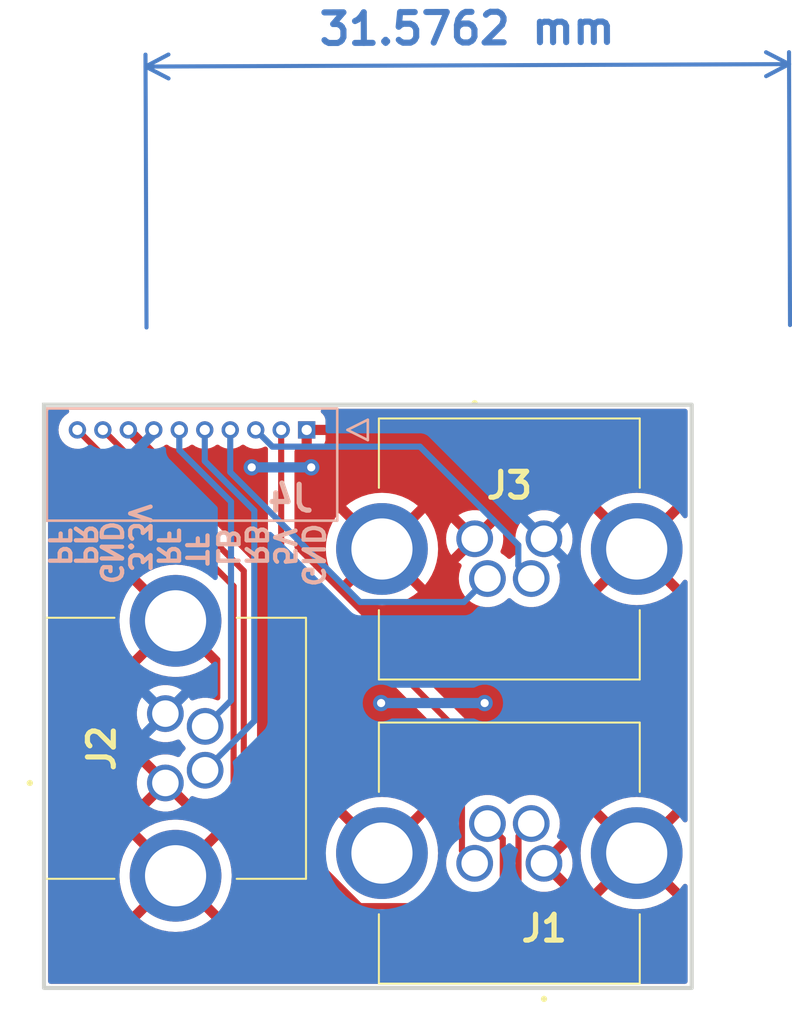
<source format=kicad_pcb>
(kicad_pcb (version 20221018) (generator pcbnew)
  (layers (0 "F.Cu" signal) (31 "B.Cu" signal) (34 "B.Paste" user) (35 "F.Paste" user) (36 "B.SilkS" user "B.Silkscreen") (37 "F.SilkS" user "F.Silkscreen") (38 "B.Mask" user) (39 "F.Mask" user) (44 "Edge.Cuts" user))
  (net 0 "")
  (net 1 "GND")
  (net 2 "PRESSURE_REAR_SENSOR")
  (net 3 "+5VA")
  (net 4 "PRESSURE_FRONT_SENSOR")
  (net 5 "TRAVEL_REAR_SENSOR")
  (net 6 "+3.3VA")
  (net 7 "TRAVEL_FRONT_SENSOR")
  (net 8 "BRAKE_SENSOR_LEFT")
  (net 9 "BRAKE_SENSOR_RIGHT")
  (footprint "M8S04PFFPSF8001:M8S04PFFPSF8001" (layer "F.Cu") (at 106.254 91.04 90)
    (fp_text reference "J2" (at 1.7 -3.13 90) (layer "F.SilkS") (effects (font (size 1.27 1.27) (thickness 0.254))))
    (fp_text value "M8S-04PFFP-SF8001" hide)
    (fp_line (start -4.7 -5.9) (end 8.1 -5.9) (stroke (width 0.1)) (layer "F.SilkS"))
    (fp_line (start -4.7 -2.5) (end -4.7 -5.9) (stroke (width 0.1)) (layer "F.SilkS"))
    (fp_line (start -4.7 3.5) (end -4.7 6.9) (stroke (width 0.1)) (layer "F.SilkS"))
    (fp_line (start -4.7 6.9) (end 8.1 6.9) (stroke (width 0.1)) (layer "F.SilkS"))
    (fp_line (start 0 -6.7) (end 0 -6.7) (stroke (width 0.2)) (layer "F.SilkS"))
    (fp_line (start 0 -6.7) (end 0 -6.7) (stroke (width 0.2)) (layer "F.SilkS"))
    (fp_line (start 0 -6.6) (end 0 -6.6) (stroke (width 0.2)) (layer "F.SilkS"))
    (fp_line (start 8.1 -5.9) (end 8.1 -2.5) (stroke (width 0.1)) (layer "F.SilkS"))
    (fp_line (start 8.1 6.9) (end 8.1 3.5) (stroke (width 0.1)) (layer "F.SilkS"))
    (fp_arc (start 0 -6.7) (mid 0.05 -6.65) (end 0 -6.6) (stroke (width 0.2)) (layer "F.SilkS"))
    (fp_arc (start 0 -6.6) (mid -0.05 -6.65) (end 0 -6.7) (stroke (width 0.2)) (layer "F.SilkS"))
    (fp_arc (start 0 -6.6) (mid -0.05 -6.65) (end 0 -6.7) (stroke (width 0.2)) (layer "F.SilkS"))
    (pad "1" thru_hole circle (at 0 0 90) (size 1.8 1.8) (drill 1.3) (layers "*.Cu" "*.Mask") (net 1 "GND"))
    (pad "2" thru_hole circle (at 0.625 1.95 90) (size 1.8 1.8) (drill 1.3) (layers "*.Cu" "*.Mask") (net 7 "TRAVEL_FRONT_SENSOR"))
    (pad "3" thru_hole circle (at 3.4 0 90) (size 1.8 1.8) (drill 1.3) (layers "*.Cu" "*.Mask") (net 6 "+3.3VA"))
    (pad "4" thru_hole circle (at 2.775 1.95 90) (size 1.8 1.8) (drill 1.3) (layers "*.Cu" "*.Mask") (net 5 "TRAVEL_REAR_SENSOR"))
    (pad "MH1" thru_hole circle (at -4.55 0.5 90) (size 4.5 4.5) (drill 3) (layers "*.Cu" "*.Mask") (net 1 "GND"))
    (pad "MH2" thru_hole circle (at 7.95 0.5 90) (size 4.5 4.5) (drill 3) (layers "*.Cu" "*.Mask") (net 1 "GND"))
  )
  (footprint "M8S04PFFPSF8001:M8S04PFFPSF8001" (layer "F.Cu") (at 124.831 94.979 180)
    (fp_text reference "J1" (at -0.01 -3.192 180) (layer "F.SilkS") (effects (font (size 1.27 1.27) (thickness 0.254))))
    (fp_text value "M8S-04PFFP-SF8001" hide)
    (fp_line (start -4.7 -5.9) (end 8.1 -5.9) (stroke (width 0.1)) (layer "F.SilkS"))
    (fp_line (start -4.7 -2.5) (end -4.7 -5.9) (stroke (width 0.1)) (layer "F.SilkS"))
    (fp_line (start -4.7 3.5) (end -4.7 6.9) (stroke (width 0.1)) (layer "F.SilkS"))
    (fp_line (start -4.7 6.9) (end 8.1 6.9) (stroke (width 0.1)) (layer "F.SilkS"))
    (fp_line (start 0 -6.7) (end 0 -6.7) (stroke (width 0.2)) (layer "F.SilkS"))
    (fp_line (start 0 -6.7) (end 0 -6.7) (stroke (width 0.2)) (layer "F.SilkS"))
    (fp_line (start 0 -6.6) (end 0 -6.6) (stroke (width 0.2)) (layer "F.SilkS"))
    (fp_line (start 8.1 -5.9) (end 8.1 -2.5) (stroke (width 0.1)) (layer "F.SilkS"))
    (fp_line (start 8.1 6.9) (end 8.1 3.5) (stroke (width 0.1)) (layer "F.SilkS"))
    (fp_arc (start 0 -6.7) (mid 0.05 -6.65) (end 0 -6.6) (stroke (width 0.2)) (layer "F.SilkS"))
    (fp_arc (start 0 -6.6) (mid -0.05 -6.65) (end 0 -6.7) (stroke (width 0.2)) (layer "F.SilkS"))
    (fp_arc (start 0 -6.6) (mid -0.05 -6.65) (end 0 -6.7) (stroke (width 0.2)) (layer "F.SilkS"))
    (pad "1" thru_hole circle (at 0 0 180) (size 1.8 1.8) (drill 1.3) (layers "*.Cu" "*.Mask") (net 1 "GND"))
    (pad "2" thru_hole circle (at 0.625 1.95 180) (size 1.8 1.8) (drill 1.3) (layers "*.Cu" "*.Mask") (net 4 "PRESSURE_FRONT_SENSOR"))
    (pad "3" thru_hole circle (at 3.4 0 180) (size 1.8 1.8) (drill 1.3) (layers "*.Cu" "*.Mask") (net 3 "+5VA"))
    (pad "4" thru_hole circle (at 2.775 1.95 180) (size 1.8 1.8) (drill 1.3) (layers "*.Cu" "*.Mask") (net 2 "PRESSURE_REAR_SENSOR"))
    (pad "MH1" thru_hole circle (at -4.55 0.5 180) (size 4.5 4.5) (drill 3) (layers "*.Cu" "*.Mask") (net 1 "GND"))
    (pad "MH2" thru_hole circle (at 7.95 0.5 180) (size 4.5 4.5) (drill 3) (layers "*.Cu" "*.Mask") (net 1 "GND"))
  )
  (footprint "M8S04PFFPSF8001:M8S04PFFPSF8001" (layer "F.Cu") (at 121.431 79.067)
    (fp_text reference "J3" (at 1.7 -2.613) (layer "F.SilkS") (effects (font (size 1.27 1.27) (thickness 0.254))))
    (fp_text value "M8S-04PFFP-SF8001" hide)
    (fp_line (start -4.7 -5.9) (end 8.1 -5.9) (stroke (width 0.1)) (layer "F.SilkS"))
    (fp_line (start -4.7 -2.5) (end -4.7 -5.9) (stroke (width 0.1)) (layer "F.SilkS"))
    (fp_line (start -4.7 3.5) (end -4.7 6.9) (stroke (width 0.1)) (layer "F.SilkS"))
    (fp_line (start -4.7 6.9) (end 8.1 6.9) (stroke (width 0.1)) (layer "F.SilkS"))
    (fp_line (start 0 -6.7) (end 0 -6.7) (stroke (width 0.2)) (layer "F.SilkS"))
    (fp_line (start 0 -6.7) (end 0 -6.7) (stroke (width 0.2)) (layer "F.SilkS"))
    (fp_line (start 0 -6.6) (end 0 -6.6) (stroke (width 0.2)) (layer "F.SilkS"))
    (fp_line (start 8.1 -5.9) (end 8.1 -2.5) (stroke (width 0.1)) (layer "F.SilkS"))
    (fp_line (start 8.1 6.9) (end 8.1 3.5) (stroke (width 0.1)) (layer "F.SilkS"))
    (fp_arc (start 0 -6.7) (mid 0.05 -6.65) (end 0 -6.6) (stroke (width 0.2)) (layer "F.SilkS"))
    (fp_arc (start 0 -6.6) (mid -0.05 -6.65) (end 0 -6.7) (stroke (width 0.2)) (layer "F.SilkS"))
    (fp_arc (start 0 -6.6) (mid -0.05 -6.65) (end 0 -6.7) (stroke (width 0.2)) (layer "F.SilkS"))
    (pad "1" thru_hole circle (at 0 0) (size 1.8 1.8) (drill 1.3) (layers "*.Cu" "*.Mask") (net 1 "GND"))
    (pad "2" thru_hole circle (at 0.625 1.95) (size 1.8 1.8) (drill 1.3) (layers "*.Cu" "*.Mask") (net 8 "BRAKE_SENSOR_LEFT"))
    (pad "3" thru_hole circle (at 3.4 0) (size 1.8 1.8) (drill 1.3) (layers "*.Cu" "*.Mask") (net 6 "+3.3VA"))
    (pad "4" thru_hole circle (at 2.775 1.95) (size 1.8 1.8) (drill 1.3) (layers "*.Cu" "*.Mask") (net 9 "BRAKE_SENSOR_RIGHT"))
    (pad "MH1" thru_hole circle (at -4.55 0.5) (size 4.5 4.5) (drill 3) (layers "*.Cu" "*.Mask") (net 1 "GND"))
    (pad "MH2" thru_hole circle (at 7.95 0.5) (size 4.5 4.5) (drill 3) (layers "*.Cu" "*.Mask") (net 1 "GND"))
  )
  (footprint "530481010:530481010" (layer "B.Cu") (at 113.18675 73.729)
    (fp_text reference "J4" (at -0.79175 3.36) (layer "B.SilkS") (effects (font (size 1.27 1.27) (thickness 0.254)) (justify mirror)))
    (fp_text value "530481010" hide)
    (fp_line (start -12.75 -1.05) (end -12.75 4.45) (stroke (width 0.127)) (layer "B.SilkS"))
    (fp_line (start -12.75 4.45) (end 1.5 4.45) (stroke (width 0.127)) (layer "B.SilkS"))
    (fp_line (start 1.5 -1.05) (end -12.75 -1.05) (stroke (width 0.127)) (layer "B.SilkS"))
    (fp_line (start 1.5 4.45) (end 1.5 -1.05) (stroke (width 0.127)) (layer "B.SilkS"))
    (fp_line (start 2 0) (end 3 0.5) (stroke (width 0.127)) (layer "B.SilkS"))
    (fp_line (start 3 -0.5) (end 2 0) (stroke (width 0.127)) (layer "B.SilkS"))
    (fp_line (start 3 0.5) (end 3 -0.5) (stroke (width 0.127)) (layer "B.SilkS"))
    (pad "1" thru_hole rect (at 0 0) (size 0.85 0.85) (drill 0.5) (layers "*.Cu" "*.Mask") (net 1 "GND"))
    (pad "2" thru_hole circle (at -1.25 0) (size 0.85 0.85) (drill 0.5) (layers "*.Cu" "*.Mask") (net 3 "+5VA"))
    (pad "3" thru_hole circle (at -2.5 0) (size 0.85 0.85) (drill 0.5) (layers "*.Cu" "*.Mask") (net 9 "BRAKE_SENSOR_RIGHT"))
    (pad "4" thru_hole circle (at -3.75 0) (size 0.85 0.85) (drill 0.5) (layers "*.Cu" "*.Mask") (net 8 "BRAKE_SENSOR_LEFT"))
    (pad "5" thru_hole circle (at -5 0) (size 0.85 0.85) (drill 0.5) (layers "*.Cu" "*.Mask") (net 7 "TRAVEL_FRONT_SENSOR"))
    (pad "6" thru_hole circle (at -6.25 0) (size 0.85 0.85) (drill 0.5) (layers "*.Cu" "*.Mask") (net 5 "TRAVEL_REAR_SENSOR"))
    (pad "7" thru_hole circle (at -7.5 0) (size 0.85 0.85) (drill 0.5) (layers "*.Cu" "*.Mask") (net 6 "+3.3VA"))
    (pad "8" thru_hole circle (at -8.75 0) (size 0.85 0.85) (drill 0.5) (layers "*.Cu" "*.Mask") (net 1 "GND"))
    (pad "9" thru_hole circle (at -10 0) (size 0.85 0.85) (drill 0.5) (layers "*.Cu" "*.Mask") (net 2 "PRESSURE_REAR_SENSOR"))
    (pad "10" thru_hole circle (at -11.25 0) (size 0.85 0.85) (drill 0.5) (layers "*.Cu" "*.Mask") (net 4 "PRESSURE_FRONT_SENSOR"))
  )
  (gr_rect (start 100.298 72.4916) (end 132.08 101.092) (stroke (width 0.2)) (fill none) (layer "Edge.Cuts"))
  (gr_text "LB" (at 108.712 80.518 270) (layer "B.SilkS") (effects (font (size 1 1) (thickness 0.21) bold) (justify left bottom mirror)))
  (gr_text "RF" (at 105.791 80.518 270) (layer "B.SilkS") (effects (font (size 1 1) (thickness 0.21) bold) (justify left bottom mirror)))
  (gr_text "GND" (at 112.903 81.534 270) (layer "B.SilkS") (effects (font (size 1 1) (thickness 0.21) bold) (justify left bottom mirror)))
  (gr_text "PR" (at 101.727 80.518 270) (layer "B.SilkS") (effects (font (size 1 1) (thickness 0.21) bold) (justify left bottom mirror)))
  (gr_text "3.3V" (at 104.394 80.772 270) (layer "B.SilkS") (effects (font (size 1 1) (thickness 0.21) bold) (justify left bottom mirror)))
  (gr_text "GND" (at 102.997 81.407 270) (layer "B.SilkS") (effects (font (size 1 1) (thickness 0.21) bold) (justify left bottom mirror)))
  (gr_text "RB" (at 110.109 80.518 270) (layer "B.SilkS") (effects (font (size 1 1) (thickness 0.21) bold) (justify left bottom mirror)))
  (gr_text "PF" (at 100.457 80.518 270) (layer "B.SilkS") (effects (font (size 1 1) (thickness 0.21) bold) (justify left bottom mirror)))
  (gr_text "5V" (at 111.506 80.518 270) (layer "B.SilkS") (effects (font (size 1 1) (thickness 0.21) bold) (justify left bottom mirror)))
  (gr_text "TF" (at 107.188 80.518 270) (layer "B.SilkS") (effects (font (size 1 1) (thickness 0.21) bold) (justify left bottom mirror)))
  (dimension (type aligned) (layer "B.Cu") (pts (xy 105.33 69.20725) (xy 136.906 69.088)) (height -13.29451) (gr_text "31,5762 mm" (at 121.060994 54.053223 0.2163823544) (layer "B.Cu") (effects (font (size 1.5 1.5) (thickness 0.3)))) (format (prefix "") (suffix "") (units 3) (units_format 1) (precision 4)) (style (thickness 0.2) (arrow_length 1.27) (text_position_mode 0) (extension_height 0.58642) (extension_offset 0.5) keep_text_aligned))
  (segment (start 106.27275 75.565) (end 110.49 75.565) (width 0.5) (layer "F.Cu") (net 1))
  (segment (start 104.43675 73.729) (end 106.27275 75.565) (width 0.5) (layer "F.Cu") (net 1))
  (via (at 110.49 75.565) (size 0.8) (drill 0.4) (layers "F.Cu" "B.Cu") (net 1))
  (via (at 121.92 87.122) (size 0.8) (drill 0.4) (layers "F.Cu" "B.Cu") (net 1))
  (via (at 113.411 75.565) (size 0.8) (drill 0.4) (layers "F.Cu" "B.Cu") (net 1))
  (via (at 116.84 87.122) (size 0.8) (drill 0.4) (layers "F.Cu" "B.Cu") (net 1))
  (segment (start 110.49 75.565) (end 113.411 75.565) (width 0.5) (layer "B.Cu") (net 1))
  (segment (start 116.84 87.122) (end 121.92 87.122) (width 0.5) (layer "B.Cu") (net 1))
  (segment (start 110.101 80.64325) (end 103.18675 73.729) (width 0.3) (layer "F.Cu") (net 2))
  (segment (start 115.804044 97.079) (end 110.101 91.375956) (width 0.3) (layer "F.Cu") (net 2))
  (segment (start 122.809 93.782) (end 122.809 95.885) (width 0.3) (layer "F.Cu") (net 2))
  (segment (start 121.615 97.079) (end 115.804044 97.079) (width 0.3) (layer "F.Cu") (net 2))
  (segment (start 110.101 91.375956) (end 110.101 80.64325) (width 0.3) (layer "F.Cu") (net 2))
  (segment (start 122.809 95.885) (end 121.615 97.079) (width 0.3) (layer "F.Cu") (net 2))
  (segment (start 122.056 93.029) (end 122.809 93.782) (width 0.3) (layer "F.Cu") (net 2))
  (segment (start 120.806 94.354) (end 121.431 94.979) (width 0.3) (layer "F.Cu") (net 3))
  (segment (start 111.93675 73.729) (end 111.93675 79.80575) (width 0.3) (layer "F.Cu") (net 3))
  (segment (start 120.806 88.675) (end 120.806 94.354) (width 0.3) (layer "F.Cu") (net 3))
  (segment (start 111.93675 79.80575) (end 120.806 88.675) (width 0.3) (layer "F.Cu") (net 3))
  (segment (start 124.206 93.029) (end 123.581 93.654) (width 0.3) (layer "F.Cu") (net 4))
  (segment (start 109.601 81.39325) (end 101.93675 73.729) (width 0.3) (layer "F.Cu") (net 4))
  (segment (start 114.935 98.425) (end 109.601 93.091) (width 0.3) (layer "F.Cu") (net 4))
  (segment (start 123.581 93.654) (end 123.581 96.002) (width 0.3) (layer "F.Cu") (net 4))
  (segment (start 109.601 93.091) (end 109.601 81.39325) (width 0.3) (layer "F.Cu") (net 4))
  (segment (start 123.581 96.002) (end 121.158 98.425) (width 0.3) (layer "F.Cu") (net 4))
  (segment (start 121.158 98.425) (end 114.935 98.425) (width 0.3) (layer "F.Cu") (net 4))
  (segment (start 109.474 77.251169) (end 106.93675 74.713919) (width 0.3) (layer "B.Cu") (net 5))
  (segment (start 109.474 86.995) (end 109.474 77.251169) (width 0.3) (layer "B.Cu") (net 5))
  (segment (start 106.93675 74.713919) (end 106.93675 73.729) (width 0.3) (layer "B.Cu") (net 5))
  (segment (start 108.204 88.265) (end 109.474 86.995) (width 0.3) (layer "B.Cu") (net 5))
  (segment (start 105.68675 73.729) (end 105.68675 73.89125) (width 0.5) (layer "B.Cu") (net 6))
  (segment (start 105.68675 73.89125) (end 102.489 77.089) (width 0.5) (layer "B.Cu") (net 6))
  (segment (start 108.18675 75.256813) (end 108.18675 73.729) (width 0.3) (layer "B.Cu") (net 7))
  (segment (start 110.617 88.002) (end 110.617 77.687063) (width 0.3) (layer "B.Cu") (net 7))
  (segment (start 108.204 90.415) (end 110.617 88.002) (width 0.3) (layer "B.Cu") (net 7))
  (segment (start 110.617 77.687063) (end 108.18675 75.256813) (width 0.3) (layer "B.Cu") (net 7))
  (segment (start 122.056 81.017) (end 120.906 82.167) (width 0.3) (layer "B.Cu") (net 8))
  (segment (start 109.43675 75.799706) (end 109.43675 73.729) (width 0.3) (layer "B.Cu") (net 8))
  (segment (start 120.906 82.167) (end 115.804044 82.167) (width 0.3) (layer "B.Cu") (net 8))
  (segment (start 115.804044 82.167) (end 109.43675 75.799706) (width 0.3) (layer "B.Cu") (net 8))
  (segment (start 124.206 81.017) (end 123.572222 80.383222) (width 0.3) (layer "B.Cu") (net 9))
  (segment (start 118.745 74.549) (end 111.50675 74.549) (width 0.3) (layer "B.Cu") (net 9))
  (segment (start 111.50675 74.549) (end 110.68675 73.729) (width 0.3) (layer "B.Cu") (net 9))
  (segment (start 123.572222 80.383222) (end 123.572222 79.376222) (width 0.3) (layer "B.Cu") (net 9))
  (segment (start 123.572222 79.376222) (end 118.745 74.549) (width 0.3) (layer "B.Cu") (net 9))
  (zone (net 1) (net_name "GND") (layer "F.Cu") (connect_pads (clearance 0.5)) (min_thickness 0.25) (fill yes (thermal_gap 0.5) (thermal_bridge_width 0.5))
    (polygon (pts (xy 133.35 102.87) (xy 133.35 66.04) (xy 98.393 66.04) (xy 98.393 102.108)))
  )
  (zone (net 6) (net_name "+3.3VA") (layer "B.Cu") (priority 1) (connect_pads (clearance 0.5)) (min_thickness 0.25) (fill yes (thermal_gap 0.5) (thermal_bridge_width 0.5))
    (polygon (pts (xy 133.35 102.87) (xy 133.35 66.04) (xy 98.139 65.786) (xy 98.139 102.362)))
  )
)
</source>
